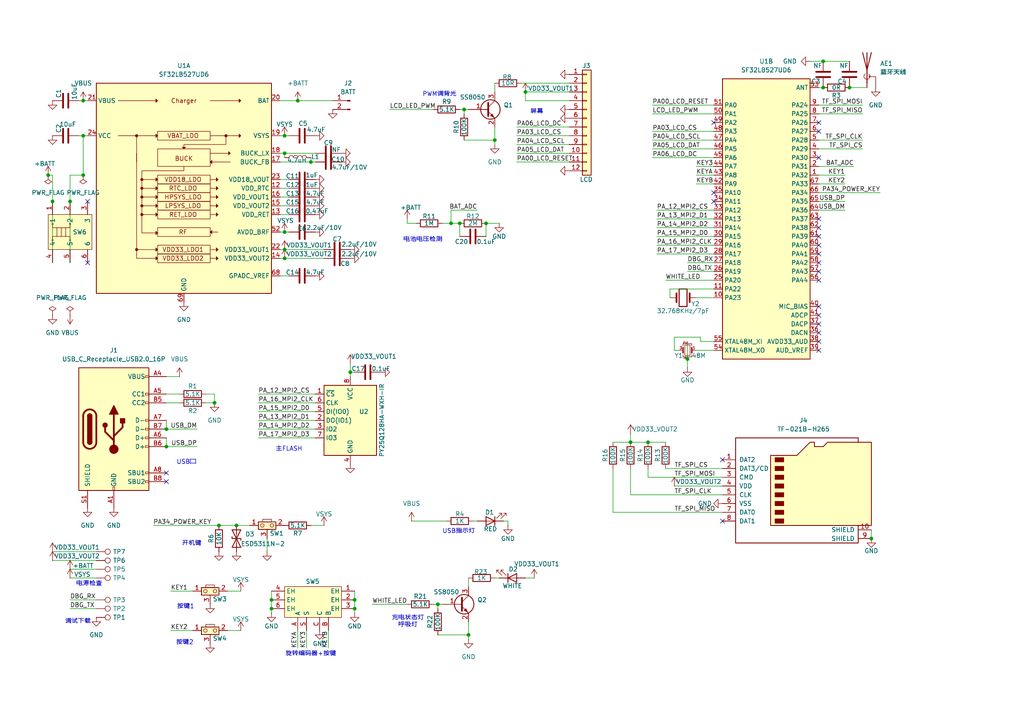
<source format=kicad_sch>
(kicad_sch (version 20231120) (generator "eeschema") (generator_version "8.0")
  (paper "A4")
  (title_block (title "BT MP3 蓝牙MP3小板") (date "2025-02-06") (rev "001") (company "chenxuuu"))
  (junction (at 133.35 64.77))
  (junction (at 199.39 104.14))
  (junction (at 130.81 64.77))
  (junction (at 78.74 176.53))
  (junction (at 82.55 39.37))
  (junction (at 90.17 46.99))
  (junction (at 24.13 39.37))
  (junction (at 152.4 26.67))
  (junction (at 102.87 176.53))
  (junction (at 187.96 128.27))
  (junction (at 48.26 124.46))
  (junction (at 24.13 50.8))
  (junction (at 252.73 156.21))
  (junction (at 63.5 152.4))
  (junction (at 140.97 64.77))
  (junction (at 102.87 173.99))
  (junction (at 143.51 40.64))
  (junction (at 101.6 107.95))
  (junction (at 78.74 173.99))
  (junction (at 238.76 17.78))
  (junction (at 82.55 67.31))
  (junction (at 238.76 25.4))
  (junction (at 48.26 129.54))
  (junction (at 127 175.26))
  (junction (at 13.97 50.8))
  (junction (at 135.89 184.15))
  (junction (at 82.55 44.45))
  (junction (at 20.32 58.42))
  (junction (at 24.13 29.21))
  (junction (at 246.38 25.4))
  (junction (at 134.62 31.75))
  (junction (at 15.24 58.42))
  (junction (at 86.36 29.21))
  (junction (at 62.23 116.84))
  (junction (at 68.58 152.4))
  (junction (at 82.55 74.93))
  (junction (at 82.55 72.39))
  (junction (at 182.88 128.27))
  (no_connect (at 237.49 96.52))
  (no_connect (at 207.01 55.88))
  (no_connect (at 237.49 88.9))
  (no_connect (at 237.49 68.58))
  (no_connect (at 237.49 93.98))
  (no_connect (at 237.49 91.44))
  (no_connect (at 237.49 63.5))
  (no_connect (at 207.01 35.56))
  (no_connect (at 237.49 76.2))
  (no_connect (at 25.4 76.2))
  (no_connect (at 237.49 99.06))
  (no_connect (at 237.49 81.28))
  (no_connect (at 48.26 137.16))
  (no_connect (at 209.55 133.35))
  (no_connect (at 237.49 71.12))
  (no_connect (at 237.49 101.6))
  (no_connect (at 25.4 58.42))
  (no_connect (at 48.26 139.7))
  (no_connect (at 237.49 35.56))
  (no_connect (at 237.49 66.04))
  (no_connect (at 237.49 78.74))
  (no_connect (at 237.49 38.1))
  (no_connect (at 209.55 151.13))
  (no_connect (at 237.49 73.66))
  (no_connect (at 207.01 58.42))
  (no_connect (at 237.49 45.72))
  (wire (pts (xy 82.55 74.93) (xy 93.98 74.93)))
  (wire (pts (xy 81.28 57.15) (xy 83.82 57.15)))
  (wire (pts (xy 190.5 68.58) (xy 207.01 68.58)))
  (wire (pts (xy 81.28 80.01) (xy 83.82 80.01)))
  (wire (pts (xy 48.26 121.92) (xy 48.26 124.46)))
  (wire (pts (xy 95.25 182.88) (xy 95.25 187.96)))
  (wire (pts (xy 130.81 60.96) (xy 138.43 60.96)))
  (wire (pts (xy 81.28 74.93) (xy 82.55 74.93)))
  (wire (pts (xy 134.62 31.75) (xy 135.89 31.75)))
  (wire (pts (xy 199.39 78.74) (xy 207.01 78.74)))
  (wire (pts (xy 24.13 39.37) (xy 24.13 50.8)))
  (wire (pts (xy 133.35 64.77) (xy 133.35 68.58)))
  (wire (pts (xy 238.76 17.78) (xy 246.38 17.78)))
  (wire (pts (xy 237.49 30.48) (xy 250.19 30.48)))
  (wire (pts (xy 101.6 105.41) (xy 101.6 107.95)))
  (wire (pts (xy 74.93 119.38) (xy 91.44 119.38)))
  (wire (pts (xy 118.11 64.77) (xy 120.65 64.77)))
  (wire (pts (xy 199.39 99.06) (xy 199.39 104.14)))
  (wire (pts (xy 193.04 81.28) (xy 207.01 81.28)))
  (wire (pts (xy 24.13 39.37) (xy 25.4 39.37)))
  (wire (pts (xy 82.55 44.45) (xy 91.44 44.45)))
  (wire (pts (xy 81.28 72.39) (xy 82.55 72.39)))
  (wire (pts (xy 207.01 53.34) (xy 201.93 53.34)))
  (wire (pts (xy 252.73 153.67) (xy 252.73 156.21)))
  (wire (pts (xy 193.04 135.89) (xy 209.55 135.89)))
  (wire (pts (xy 151.13 24.13) (xy 165.1 24.13)))
  (wire (pts (xy 152.4 29.21) (xy 165.1 29.21)))
  (wire (pts (xy 134.62 40.64) (xy 143.51 40.64)))
  (wire (pts (xy 207.01 48.26) (xy 201.93 48.26)))
  (wire (pts (xy 143.51 24.13) (xy 143.51 26.67)))
  (wire (pts (xy 237.49 60.96) (xy 245.11 60.96)))
  (wire (pts (xy 125.73 175.26) (xy 127 175.26)))
  (wire (pts (xy 187.96 128.27) (xy 193.04 128.27)))
  (wire (pts (xy 237.49 33.02) (xy 250.19 33.02)))
  (wire (pts (xy 20.32 58.42) (xy 20.32 76.2)))
  (wire (pts (xy 90.17 152.4) (xy 93.98 152.4)))
  (wire (pts (xy 48.26 127) (xy 48.26 129.54)))
  (wire (pts (xy 88.9 182.88) (xy 88.9 187.96)))
  (wire (pts (xy 189.23 30.48) (xy 207.01 30.48)))
  (wire (pts (xy 20.32 50.8) (xy 24.13 50.8)))
  (wire (pts (xy 74.93 116.84) (xy 91.44 116.84)))
  (wire (pts (xy 81.28 54.61) (xy 83.82 54.61)))
  (wire (pts (xy 190.5 63.5) (xy 207.01 63.5)))
  (wire (pts (xy 15.24 160.02) (xy 27.94 160.02)))
  (wire (pts (xy 190.5 60.96) (xy 207.01 60.96)))
  (wire (pts (xy 48.26 116.84) (xy 52.07 116.84)))
  (wire (pts (xy 201.93 101.6) (xy 207.01 101.6)))
  (wire (pts (xy 101.6 107.95) (xy 101.6 109.22)))
  (wire (pts (xy 20.32 176.53) (xy 27.94 176.53)))
  (wire (pts (xy 237.49 25.4) (xy 238.76 25.4)))
  (wire (pts (xy 20.32 165.1) (xy 27.94 165.1)))
  (wire (pts (xy 66.04 182.88) (xy 69.85 182.88)))
  (wire (pts (xy 189.23 43.18) (xy 207.01 43.18)))
  (wire (pts (xy 189.23 38.1) (xy 207.01 38.1)))
  (wire (pts (xy 149.86 39.37) (xy 165.1 39.37)))
  (wire (pts (xy 74.93 124.46) (xy 91.44 124.46)))
  (wire (pts (xy 195.58 97.79) (xy 203.2 97.79)))
  (wire (pts (xy 59.69 116.84) (xy 62.23 116.84)))
  (wire (pts (xy 196.85 101.6) (xy 195.58 101.6)))
  (wire (pts (xy 189.23 33.02) (xy 207.01 33.02)))
  (wire (pts (xy 133.35 31.75) (xy 134.62 31.75)))
  (wire (pts (xy 182.88 128.27) (xy 187.96 128.27)))
  (wire (pts (xy 207.01 83.82) (xy 194.31 83.82)))
  (wire (pts (xy 44.45 152.4) (xy 63.5 152.4)))
  (wire (pts (xy 82.55 72.39) (xy 93.98 72.39)))
  (wire (pts (xy 149.86 41.91) (xy 165.1 41.91)))
  (wire (pts (xy 78.74 171.45) (xy 78.74 173.99)))
  (wire (pts (xy 187.96 135.89) (xy 187.96 138.43)))
  (wire (pts (xy 135.89 167.64) (xy 135.89 170.18)))
  (wire (pts (xy 81.28 29.21) (xy 86.36 29.21)))
  (wire (pts (xy 74.93 114.3) (xy 91.44 114.3)))
  (wire (pts (xy 127 175.26) (xy 128.27 175.26)))
  (wire (pts (xy 234.95 17.78) (xy 238.76 17.78)))
  (wire (pts (xy 20.32 173.99) (xy 27.94 173.99)))
  (wire (pts (xy 90.17 45.72) (xy 90.17 46.99)))
  (wire (pts (xy 49.53 182.88) (xy 55.88 182.88)))
  (wire (pts (xy 152.4 26.67) (xy 165.1 26.67)))
  (wire (pts (xy 177.8 128.27) (xy 182.88 128.27)))
  (wire (pts (xy 86.36 182.88) (xy 86.36 187.96)))
  (wire (pts (xy 143.51 40.64) (xy 143.51 41.91)))
  (wire (pts (xy 102.87 176.53) (xy 102.87 177.8)))
  (wire (pts (xy 81.28 59.69) (xy 83.82 59.69)))
  (wire (pts (xy 195.58 101.6) (xy 195.58 97.79)))
  (wire (pts (xy 130.81 64.77) (xy 130.81 60.96)))
  (wire (pts (xy 199.39 104.14) (xy 199.39 106.68)))
  (wire (pts (xy 149.86 46.99) (xy 165.1 46.99)))
  (wire (pts (xy 135.89 180.34) (xy 135.89 184.15)))
  (wire (pts (xy 190.5 73.66) (xy 207.01 73.66)))
  (wire (pts (xy 203.2 99.06) (xy 207.01 99.06)))
  (wire (pts (xy 24.13 29.21) (xy 25.4 29.21)))
  (wire (pts (xy 78.74 176.53) (xy 78.74 177.8)))
  (wire (pts (xy 101.6 107.95) (xy 102.87 107.95)))
  (wire (pts (xy 63.5 152.4) (xy 68.58 152.4)))
  (wire (pts (xy 77.47 156.21) (xy 77.47 160.02)))
  (wire (pts (xy 182.88 143.51) (xy 209.55 143.51)))
  (wire (pts (xy 82.55 39.37) (xy 83.82 39.37)))
  (wire (pts (xy 149.86 36.83) (xy 165.1 36.83)))
  (wire (pts (xy 78.74 173.99) (xy 78.74 176.53)))
  (wire (pts (xy 201.93 86.36) (xy 207.01 86.36)))
  (wire (pts (xy 86.36 29.21) (xy 96.52 29.21)))
  (wire (pts (xy 143.51 167.64) (xy 144.78 167.64)))
  (wire (pts (xy 143.51 36.83) (xy 143.51 40.64)))
  (wire (pts (xy 81.28 44.45) (xy 82.55 44.45)))
  (wire (pts (xy 190.5 71.12) (xy 207.01 71.12)))
  (wire (pts (xy 15.24 50.8) (xy 15.24 58.42)))
  (wire (pts (xy 48.26 124.46) (xy 57.15 124.46)))
  (wire (pts (xy 81.28 52.07) (xy 83.82 52.07)))
  (wire (pts (xy 49.53 171.45) (xy 55.88 171.45)))
  (wire (pts (xy 237.49 40.64) (xy 250.19 40.64)))
  (wire (pts (xy 22.86 29.21) (xy 24.13 29.21)))
  (wire (pts (xy 146.05 151.13) (xy 147.32 151.13)))
  (wire (pts (xy 128.27 64.77) (xy 130.81 64.77)))
  (wire (pts (xy 66.04 171.45) (xy 69.85 171.45)))
  (wire (pts (xy 237.49 53.34) (xy 245.11 53.34)))
  (wire (pts (xy 237.49 48.26) (xy 247.65 48.26)))
  (wire (pts (xy 82.55 67.31) (xy 83.82 67.31)))
  (wire (pts (xy 199.39 76.2) (xy 207.01 76.2)))
  (wire (pts (xy 81.28 67.31) (xy 82.55 67.31)))
  (wire (pts (xy 48.26 109.22) (xy 52.07 109.22)))
  (wire (pts (xy 20.32 58.42) (xy 20.32 50.8)))
  (wire (pts (xy 237.49 50.8) (xy 245.11 50.8)))
  (wire (pts (xy 127 175.26) (xy 127 176.53)))
  (wire (pts (xy 13.97 50.8) (xy 15.24 50.8)))
  (wire (pts (xy 15.24 58.42) (xy 15.24 76.2)))
  (wire (pts (xy 140.97 64.77) (xy 144.78 64.77)))
  (wire (pts (xy 20.32 167.64) (xy 27.94 167.64)))
  (wire (pts (xy 152.4 26.67) (xy 152.4 29.21)))
  (wire (pts (xy 48.26 114.3) (xy 52.07 114.3)))
  (wire (pts (xy 74.93 127) (xy 91.44 127)))
  (wire (pts (xy 62.23 114.3) (xy 62.23 116.84)))
  (wire (pts (xy 81.28 62.23) (xy 83.82 62.23)))
  (wire (pts (xy 190.5 66.04) (xy 207.01 66.04)))
  (wire (pts (xy 118.11 63.5) (xy 118.11 64.77)))
  (wire (pts (xy 177.8 148.59) (xy 177.8 135.89)))
  (wire (pts (xy 59.69 114.3) (xy 62.23 114.3)))
  (wire (pts (xy 237.49 55.88) (xy 255.27 55.88)))
  (wire (pts (xy 177.8 148.59) (xy 209.55 148.59)))
  (wire (pts (xy 15.24 162.56) (xy 27.94 162.56)))
  (wire (pts (xy 134.62 31.75) (xy 134.62 33.02)))
  (wire (pts (xy 137.16 151.13) (xy 138.43 151.13)))
  (wire (pts (xy 140.97 64.77) (xy 140.97 68.58)))
  (wire (pts (xy 189.23 40.64) (xy 207.01 40.64)))
  (wire (pts (xy 203.2 97.79) (xy 203.2 99.06)))
  (wire (pts (xy 189.23 45.72) (xy 207.01 45.72)))
  (wire (pts (xy 68.58 152.4) (xy 72.39 152.4)))
  (wire (pts (xy 48.26 129.54) (xy 57.15 129.54)))
  (wire (pts (xy 194.31 83.82) (xy 194.31 86.36)))
  (wire (pts (xy 237.49 58.42) (xy 245.11 58.42)))
  (wire (pts (xy 90.17 46.99) (xy 91.44 46.99)))
  (wire (pts (xy 187.96 138.43) (xy 209.55 138.43)))
  (wire (pts (xy 127 184.15) (xy 135.89 184.15)))
  (wire (pts (xy 195.58 140.97) (xy 209.55 140.97)))
  (wire (pts (xy 74.93 121.92) (xy 91.44 121.92)))
  (wire (pts (xy 81.28 46.99) (xy 90.17 46.99)))
  (wire (pts (xy 82.55 44.45) (xy 82.55 45.72)))
  (wire (pts (xy 182.88 135.89) (xy 182.88 143.51)))
  (wire (pts (xy 102.87 173.99) (xy 102.87 176.53)))
  (wire (pts (xy 152.4 167.64) (xy 154.94 167.64)))
  (wire (pts (xy 102.87 171.45) (xy 102.87 173.99)))
  (wire (pts (xy 182.88 125.73) (xy 182.88 128.27)))
  (wire (pts (xy 237.49 43.18) (xy 250.19 43.18)))
  (wire (pts (xy 107.95 175.26) (xy 118.11 175.26)))
  (wire (pts (xy 135.89 184.15) (xy 135.89 185.42)))
  (wire (pts (xy 130.81 64.77) (xy 133.35 64.77)))
  (wire (pts (xy 207.01 50.8) (xy 201.93 50.8)))
  (wire (pts (xy 81.28 39.37) (xy 82.55 39.37)))
  (wire (pts (xy 119.38 151.13) (xy 129.54 151.13)))
  (wire (pts (xy 113.03 31.75) (xy 125.73 31.75)))
  (wire (pts (xy 22.86 39.37) (xy 24.13 39.37)))
  (wire (pts (xy 149.86 44.45) (xy 165.1 44.45)))
  (wire (pts (xy 147.32 151.13) (xy 147.32 152.4)))
  (wire (pts (xy 246.38 25.4) (xy 251.46 25.4)))
  (text "屏幕" (at 155.702 32.512 0) (effects (font (size 1.27 1.27))))
  (text "开机键" (at 55.626 157.734 0) (effects (font (size 1.27 1.27))))
  (text "USB口" (at 54.102 134.112 0) (effects (font (size 1.27 1.27))))
  (text "USB指示灯" (at 133.096 154.178 0) (effects (font (size 1.27 1.27))))
  (text "旋转编码器+按键" (at 90.17 189.738 0) (effects (font (size 1.27 1.27))))
  (text "电源检查" (at 25.908 169.418 0) (effects (font (size 1.27 1.27))))
  (text "按键2" (at 53.594 186.436 0) (effects (font (size 1.27 1.27))))
  (text "充电状态灯\n呼吸灯" (at 118.364 180.34 0) (effects (font (size 1.27 1.27))))
  (text "电池电压检测" (at 122.682 69.596 0) (effects (font (size 1.27 1.27))))
  (text "PWM调背光" (at 127.508 27.432 0) (effects (font (size 1.27 1.27))))
  (text "调试下载" (at 22.606 180.34 0) (effects (font (size 1.27 1.27))))
  (text "按键1" (at 53.848 176.022 0) (effects (font (size 1.27 1.27))))
  (text "主FLASH" (at 83.82 130.302 0) (effects (font (size 1.27 1.27))))
  (label "BAT_ADC" (at 247.65 48.26 180))
  (label "USB_DP" (at 57.15 129.54 180))
  (label "PA06_LCD_DC" (at 149.86 36.83 0))
  (label "USB_DM" (at 57.15 124.46 180))
  (label "PA34_POWER_KEY" (at 255.27 55.88 180))
  (label "TF_SPI_CS" (at 250.19 43.18 180))
  (label "PA00_LCD_RESET" (at 149.86 46.99 0))
  (label "KEYA" (at 86.36 187.96 90))
  (label "LCD_LED_PWM" (at 189.23 33.02 0))
  (label "KEYB" (at 95.25 187.96 90))
  (label "LCD_LED_PWM" (at 113.03 31.75 0))
  (label "PA05_LCD_DAT" (at 149.86 44.45 0))
  (label "TF_SPI_MISO" (at 195.58 148.59 0))
  (label "USB_DM" (at 245.11 60.96 180))
  (label "KEYA" (at 201.93 50.8 0))
  (label "PA_12_MPI2_CS" (at 190.5 60.96 0))
  (label "WHITE_LED" (at 193.04 81.28 0))
  (label "PA03_LCD_CS" (at 189.23 38.1 0))
  (label "PA_16_MPI2_CLK" (at 74.93 116.84 0))
  (label "PA06_LCD_DC" (at 189.23 45.72 0))
  (label "KEY3" (at 88.9 187.96 90))
  (label "TF_SPI_MISO" (at 250.19 33.02 180))
  (label "PA_14_MPI2_D2" (at 190.5 66.04 0))
  (label "PA_13_MPI2_D1" (at 74.93 121.92 0))
  (label "PA_17_MPI2_D3" (at 74.93 127 0))
  (label "PA04_LCD_SCL" (at 189.23 40.64 0))
  (label "TF_SPI_CLK" (at 250.19 40.64 180))
  (label "KEY3" (at 201.93 48.26 0))
  (label "TF_SPI_CS" (at 195.58 135.89 0))
  (label "PA00_LCD_RESET" (at 189.23 30.48 0))
  (label "KEY2" (at 49.53 182.88 0))
  (label "PA_14_MPI2_D2" (at 74.93 124.46 0))
  (label "KEY1" (at 49.53 171.45 0))
  (label "DBG_TX" (at 20.32 176.53 0))
  (label "PA34_POWER_KEY" (at 44.45 152.4 0))
  (label "PA04_LCD_SCL" (at 149.86 41.91 0))
  (label "WHITE_LED" (at 107.95 175.26 0))
  (label "KEY1" (at 245.11 50.8 180))
  (label "DBG_RX" (at 199.39 76.2 0))
  (label "DBG_TX" (at 199.39 78.74 0))
  (label "TF_SPI_MOSI" (at 250.19 30.48 180))
  (label "PA_17_MPI2_D3" (at 190.5 73.66 0))
  (label "PA_15_MPI2_D0" (at 190.5 68.58 0))
  (label "TF_SPI_CLK" (at 195.58 143.51 0))
  (label "KEYB" (at 201.93 53.34 0))
  (label "USB_DP" (at 245.11 58.42 180))
  (label "PA03_LCD_CS" (at 149.86 39.37 0))
  (label "PA_13_MPI2_D1" (at 190.5 63.5 0))
  (label "KEY2" (at 245.11 53.34 180))
  (label "DBG_RX" (at 20.32 173.99 0))
  (label "BAT_ADC" (at 138.43 60.96 180))
  (label "PA05_LCD_DAT" (at 189.23 43.18 0))
  (label "PA_15_MPI2_D0" (at 74.93 119.38 0))
  (label "TF_SPI_MOSI" (at 195.58 138.43 0))
  (label "PA_12_MPI2_CS" (at 74.93 114.3 0))
  (label "PA_16_MPI2_CLK" (at 190.5 71.12 0))
  (symbol (lib_id "Device:C") (at 246.38 21.59 180) (unit 1)
    (property "Reference" "C4" (at 245.618 23.622 0) (effects (justify left)))
    (property "Value" "NF" (at 246.126 19.05 0) (effects (justify left)))
    (property "Footprint" "Capacitor_SMD:C_0402_1005Metric" (effects (hide yes)))
    (property "Description" "Unpolarized capacitor" (effects (hide yes)))
  )
  (symbol (lib_id "chenxuuu_Library:SF32LB52xUx") (at 53.34 54.61 0) (unit 1)
    (property "Reference" "U1" (at 53.34 19.05 0))
    (property "Value" "SF32LB527UD6" (at 53.34 21.59 0))
    (property "Footprint" "Package_DFN_QFN:ArtInChip_QFN-68-1EP_7x7mm_P0.35mm_EP5.49x5.49mm" (effects (hide yes)))
    (property "Description" "SiFli MCU, STAR-MC1 core, 512k SRAM, bnuilt-in li-on battery charger, -40~105" (effects (hide yes)))
  )
  (symbol (lib_id "power:VCC") (at 152.4 26.67 0) (unit 1)
    (property "Reference" "#PWR048" (effects (hide yes)))
    (property "Value" "VDD33_VOUT1" (at 159.766 25.654 0))
    (property "Description" "Power symbol creates a global label with name \"VCC\"" (effects (hide yes)))
  )
  (symbol (lib_id "Transistor_BJT:SS8050") (at 133.35 175.26 0) (unit 1)
    (property "Reference" "Q2" (at 138.43 173.9899 0) (effects (justify left)))
    (property "Value" "SS8050" (at 125.73 171.704 0) (effects (justify left)))
    (property "Footprint" "Package_TO_SOT_SMD:SOT-23" (effects (hide yes)))
    (property "Datasheet" "http://www.secosgmbh.com/datasheet/products/SSMPTransistor/SOT-23/SS8050.pdf" (effects (hide yes)))
    (property "Description" "General Purpose NPN Transistor, 1.5A Ic, 25V Vce, SOT-23" (effects (hide yes)))
  )
  (symbol (lib_id "power:GND") (at 15.24 91.44 0) (unit 1)
    (property "Reference" "#PWR068" (effects (hide yes)))
    (property "Value" "GND" (at 15.24 96.52 0))
    (property "Description" "Power symbol creates a global label with name \"GND\" , ground" (effects (hide yes)))
  )
  (symbol (lib_id "Device:R") (at 187.96 132.08 180) (unit 1)
    (property "Reference" "R14" (at 185.674 132.08 90))
    (property "Value" "100K" (at 187.96 132.08 90))
    (property "Footprint" "Resistor_SMD:R_0402_1005Metric" (effects (hide yes)))
    (property "Description" "Resistor" (effects (hide yes)))
  )
  (symbol (lib_id "power:+BATT") (at 20.32 165.1 0) (unit 1)
    (property "Reference" "#PWR051" (effects (hide yes)))
    (property "Value" "+BATT" (at 21.082 164.084 0) (effects (justify left)))
    (property "Description" "Power symbol creates a global label with name \"+BATT\"" (effects (hide yes)))
  )
  (symbol (lib_id "Device:R") (at 242.57 25.4 270) (unit 1)
    (property "Reference" "R3" (at 242.57 27.686 90))
    (property "Value" "0R" (at 242.57 25.4 90))
    (property "Footprint" "Resistor_SMD:R_0402_1005Metric" (effects (hide yes)))
    (property "Description" "Resistor" (effects (hide yes)))
  )
  (symbol (lib_id "power:GND") (at 91.44 59.69 90) (unit 1)
    (property "Reference" "#PWR028" (effects (hide yes)))
    (property "Value" "GND" (effects (hide yes)))
    (property "Description" "Power symbol creates a global label with name \"GND\" , ground" (effects (hide yes)))
  )
  (symbol (lib_id "chenxuuu_Library:SIQ-02FVS3") (at 90.17 168.91 0) (unit 1)
    (property "Reference" "SW5" (at 90.678 168.656 0))
    (property "Value" "~" (at 90.805 168.91 0))
    (property "Footprint" "chenxuuu_Module:SIQ-02FVS3_1" (effects (hide yes)))
  )
  (symbol (lib_id "Connector:Conn_01x02_Pin") (at 101.6 29.21 0) (mirror y) (unit 1)
    (property "Reference" "J2" (at 100.965 24.13 0))
    (property "Value" "BATT" (at 100.965 26.67 0))
    (property "Footprint" "TerminalBlock_Phoenix:TerminalBlock_Phoenix_PTSM-0,5-2-HV-2.5-SMD_1x02-1MP_P2.50mm_Vertical" (effects (hide yes)))
    (property "Description" "Generic connector, single row, 01x02, script generated" (effects (hide yes)))
  )
  (symbol (lib_name "Side_SWITCH_SW_3*6*3.5mm_2") (lib_id "chenxuuu_Library:Side_SWITCH_SW_3*6*3.5mm") (at 60.96 171.45 0) (unit 1)
    (property "Reference" "SW3" (at 63.754 173.736 0))
    (property "Value" "Side_SWITCH_SW_3*6*3.5mm" (effects (hide yes)))
    (property "Footprint" "chenxuuu_Module:3x6x3.5_SW_side" (effects (hide yes)))
    (property "Datasheet" "https://detail.tmall.com/item.htm?id=608215120233" (effects (hide yes)))
  )
  (symbol (lib_id "power:GND") (at 68.58 160.02 0) (unit 1)
    (property "Reference" "#PWR040" (effects (hide yes)))
    (property "Value" "GND" (effects (hide yes)))
    (property "Description" "Power symbol creates a global label with name \"GND\" , ground" (effects (hide yes)))
  )
  (symbol (lib_id "power:GND") (at 101.6 74.93 90) (unit 1)
    (property "Reference" "#PWR021" (effects (hide yes)))
    (property "Value" "GND" (effects (hide yes)))
    (property "Description" "Power symbol creates a global label with name \"GND\" , ground" (effects (hide yes)))
  )
  (symbol (lib_id "power:GND") (at 254 25.4 0) (unit 1)
    (property "Reference" "#PWR043" (effects (hide yes)))
    (property "Value" "GND" (at 254 30.48 0))
    (property "Description" "Power symbol creates a global label with name \"GND\" , ground" (effects (hide yes)))
  )
  (symbol (lib_id "Device:C") (at 106.68 107.95 90) (unit 1)
    (property "Reference" "C17" (at 103.886 106.934 90))
    (property "Value" "0.1uF" (at 110.49 106.934 90))
    (property "Footprint" "Capacitor_SMD:C_0402_1005Metric" (effects (hide yes)))
    (property "Description" "Unpolarized capacitor" (effects (hide yes)))
  )
  (symbol (lib_id "power:GND") (at 92.71 182.88 0) (unit 1)
    (property "Reference" "#PWR062" (effects (hide yes)))
    (property "Value" "GND" (at 92.71 186.69 0))
    (property "Description" "Power symbol creates a global label with name \"GND\" , ground" (effects (hide yes)))
  )
  (symbol (lib_id "power:GND") (at 63.5 160.02 0) (unit 1)
    (property "Reference" "#PWR039" (effects (hide yes)))
    (property "Value" "GND" (effects (hide yes)))
    (property "Description" "Power symbol creates a global label with name \"GND\" , ground" (effects (hide yes)))
  )
  (symbol (lib_id "Device:C") (at 87.63 52.07 90) (unit 1)
    (property "Reference" "C11" (at 84.836 51.054 90))
    (property "Value" "1uF" (at 90.424 50.8 90))
    (property "Footprint" "Capacitor_SMD:C_0402_1005Metric" (effects (hide yes)))
    (property "Description" "Unpolarized capacitor" (effects (hide yes)))
  )
  (symbol (lib_id "power:GND") (at 78.74 177.8 0) (unit 1)
    (property "Reference" "#PWR058" (effects (hide yes)))
    (property "Value" "GND" (at 78.74 181.61 0))
    (property "Description" "Power symbol creates a global label with name \"GND\" , ground" (effects (hide yes)))
  )
  (symbol (lib_id "Connector_Generic:Conn_01x12") (at 170.18 34.29 0) (unit 1)
    (property "Reference" "J3" (at 168.91 19.05 0) (effects (justify left)))
    (property "Value" "LCD" (at 168.148 52.07 0) (effects (justify left)))
    (property "Footprint" "chenxuuu_Module:1.47LCD-IPS-172x320-font" (effects (hide yes)))
    (property "Description" "LCD" (effects (hide yes)))
  )
  (symbol (lib_id "Device:R") (at 137.16 64.77 90) (unit 1)
    (property "Reference" "R12" (at 137.16 62.738 90))
    (property "Value" "2M" (at 137.16 64.77 90))
    (property "Footprint" "Resistor_SMD:R_0402_1005Metric" (effects (hide yes)))
    (property "Description" "Resistor" (effects (hide yes)))
  )
  (symbol (lib_id "chenxuuu_Library:SS-22F25-G050") (at 20.32 63.5 0) (unit 1)
    (property "Reference" "SW6" (at 21.082 67.31 0) (effects (justify left)))
    (property "Value" "SS-22F25-G050" (effects (hide yes)))
    (property "Footprint" "chenxuuu_Module:MS-22C01-G010" (effects (hide yes)))
  )
  (symbol (lib_id "power:VCC") (at 82.55 72.39 0) (unit 1)
    (property "Reference" "#PWR018" (effects (hide yes)))
    (property "Value" "VDD33_VOUT1" (at 89.662 71.12 0))
    (property "Description" "Power symbol creates a global label with name \"VCC\"" (effects (hide yes)))
  )
  (symbol (lib_id "Device:C") (at 19.05 29.21 90) (unit 1)
    (property "Reference" "C1" (at 17.018 28.448 0) (effects (justify left)))
    (property "Value" "10uF" (at 21.59 28.956 0) (effects (justify left)))
    (property "Footprint" "Capacitor_SMD:C_0402_1005Metric" (effects (hide yes)))
    (property "Description" "Unpolarized capacitor" (effects (hide yes)))
  )
  (symbol (lib_id "Device:R") (at 63.5 156.21 180) (unit 1)
    (property "Reference" "R6" (at 61.214 156.21 90))
    (property "Value" "10K" (at 63.5 156.21 90))
    (property "Footprint" "Resistor_SMD:R_0402_1005Metric" (effects (hide yes)))
    (property "Description" "Resistor" (effects (hide yes)))
  )
  (symbol (lib_id "Device:R") (at 177.8 132.08 180) (unit 1)
    (property "Reference" "R16" (at 175.514 132.08 90))
    (property "Value" "100K" (at 177.8 132.08 90))
    (property "Footprint" "Resistor_SMD:R_0402_1005Metric" (effects (hide yes)))
    (property "Description" "Resistor" (effects (hide yes)))
  )
  (symbol (lib_id "power:PWR_FLAG") (at 15.24 91.44 0) (unit 1)
    (property "Reference" "#FLG02" (effects (hide yes)))
    (property "Value" "PWR_FLAG" (at 15.24 86.36 0))
    (property "Description" "Special symbol for telling ERC where power comes from" (effects (hide yes)))
  )
  (symbol (lib_id "power:GND") (at 234.95 17.78 270) (unit 1)
    (property "Reference" "#PWR012" (effects (hide yes)))
    (property "Value" "GND" (at 231.14 17.7799 90) (effects (justify right)))
    (property "Description" "Power symbol creates a global label with name \"GND\" , ground" (effects (hide yes)))
  )
  (symbol (lib_id "power:PWR_FLAG") (at 13.97 50.8 180) (unit 1)
    (property "Reference" "#FLG03" (effects (hide yes)))
    (property "Value" "PWR_FLAG" (at 13.97 55.88 0))
    (property "Description" "Special symbol for telling ERC where power comes from" (effects (hide yes)))
  )
  (symbol (lib_id "Device:C") (at 137.16 68.58 90) (unit 1)
    (property "Reference" "C20" (at 133.858 70.104 90))
    (property "Value" "0.1uF" (at 140.97 70.104 90))
    (property "Footprint" "Capacitor_SMD:C_0402_1005Metric" (effects (hide yes)))
    (property "Description" "Unpolarized capacitor" (effects (hide yes)))
  )
  (symbol (lib_id "power:GND") (at 91.44 62.23 90) (unit 1)
    (property "Reference" "#PWR029" (effects (hide yes)))
    (property "Value" "GND" (effects (hide yes)))
    (property "Description" "Power symbol creates a global label with name \"GND\" , ground" (effects (hide yes)))
  )
  (symbol (lib_id "power:VCC") (at 15.24 160.02 0) (unit 1)
    (property "Reference" "#PWR054" (effects (hide yes)))
    (property "Value" "VDD33_VOUT1" (at 22.352 158.75 0))
    (property "Description" "Power symbol creates a global label with name \"VCC\"" (effects (hide yes)))
  )
  (symbol (lib_id "Device:Crystal") (at 198.12 86.36 0) (unit 1)
    (property "Reference" "Y2" (at 201.676 88.138 0))
    (property "Value" "32.768KHz/7pF" (at 198.12 90.17 0))
    (property "Footprint" "Crystal:Crystal_SMD_3215-2Pin_3.2x1.5mm" (effects (hide yes)))
    (property "Description" "Two pin crystal" (effects (hide yes)))
  )
  (symbol (lib_id "Device:R") (at 121.92 175.26 90) (unit 1)
    (property "Reference" "R21" (at 121.92 172.974 90))
    (property "Value" "5.1K" (at 121.92 175.26 90))
    (property "Footprint" "Resistor_SMD:R_0402_1005Metric" (effects (hide yes)))
    (property "Description" "Resistor" (effects (hide yes)))
  )
  (symbol (lib_id "power:GND") (at 27.94 179.07 0) (unit 1)
    (property "Reference" "#PWR030" (effects (hide yes)))
    (property "Value" "GND" (at 27.94 184.15 0))
    (property "Description" "Power symbol creates a global label with name \"GND\" , ground" (effects (hide yes)))
  )
  (symbol (lib_id "Device:R") (at 139.7 167.64 90) (unit 1)
    (property "Reference" "R23" (at 139.446 165.862 90))
    (property "Value" "1K" (at 139.7 167.64 90))
    (property "Footprint" "Resistor_SMD:R_0402_1005Metric" (effects (hide yes)))
    (property "Description" "Resistor" (effects (hide yes)))
  )
  (symbol (lib_id "power:VBUS") (at 24.13 29.21 0) (unit 1)
    (property "Reference" "#PWR05" (effects (hide yes)))
    (property "Value" "VBUS" (at 24.13 24.13 0))
    (property "Description" "Power symbol creates a global label with name \"VBUS\"" (effects (hide yes)))
  )
  (symbol (lib_id "Device:C") (at 95.25 46.99 90) (unit 1)
    (property "Reference" "C10" (at 98.044 46.228 90))
    (property "Value" "4.7uF/10V" (at 101.346 48.514 90))
    (property "Footprint" "Capacitor_SMD:C_0402_1005Metric" (effects (hide yes)))
    (property "Description" "Unpolarized capacitor" (effects (hide yes)))
  )
  (symbol (lib_id "Diode:1N630xCA") (at 68.58 156.21 90) (unit 1)
    (property "Reference" "D3" (at 71.12 154.9399 90) (effects (justify right)))
    (property "Value" "ESD5311N-2" (at 69.85 157.734 90) (effects (justify right)))
    (property "Footprint" "chenxuuu_Module:DFN1006-2_L1.0-W0.6-RD" (effects (hide yes)))
    (property "Datasheet" "https://www.vishay.com/docs/88301/15ke.pdf" (effects (hide yes)))
    (property "Description" "1500W bidirectional TRANSZORB® Transient Voltage Suppressor, DO-201AE" (effects (hide yes)))
  )
  (symbol (lib_id "Device:R") (at 134.62 36.83 180) (unit 1)
    (property "Reference" "R10" (at 132.334 36.83 90))
    (property "Value" "100K" (at 134.62 36.83 90))
    (property "Footprint" "Resistor_SMD:R_0402_1005Metric" (effects (hide yes)))
    (property "Description" "Resistor" (effects (hide yes)))
  )
  (symbol (lib_id "power:+BATT") (at 13.97 50.8 0) (mirror y) (unit 1)
    (property "Reference" "#PWR011" (effects (hide yes)))
    (property "Value" "+BATT" (at 16.002 47.498 0) (effects (justify left)))
    (property "Description" "Power symbol creates a global label with name \"+BATT\"" (effects (hide yes)))
  )
  (symbol (lib_id "Device:R") (at 124.46 64.77 90) (unit 1)
    (property "Reference" "R11" (at 124.46 62.738 90))
    (property "Value" "1M" (at 124.46 64.77 90))
    (property "Footprint" "Resistor_SMD:R_0402_1005Metric" (effects (hide yes)))
    (property "Description" "Resistor" (effects (hide yes)))
  )
  (symbol (lib_name "Side_SWITCH_SW_3*6*3.5mm_1") (lib_id "chenxuuu_Library:Side_SWITCH_SW_3*6*3.5mm") (at 60.96 182.88 0) (unit 1)
    (property "Reference" "SW4" (at 63.754 185.166 0))
    (property "Value" "Side_SWITCH_SW_3*6*3.5mm" (effects (hide yes)))
    (property "Footprint" "chenxuuu_Module:3x6x3.5_SW_side" (effects (hide yes)))
    (property "Datasheet" "https://detail.tmall.com/item.htm?id=608215120233" (effects (hide yes)))
  )
  (symbol (lib_id "Device:C") (at 87.63 54.61 90) (unit 1)
    (property "Reference" "C12" (at 84.836 53.594 90))
    (property "Value" "1uF" (at 90.424 53.594 90))
    (property "Footprint" "Capacitor_SMD:C_0402_1005Metric" (effects (hide yes)))
    (property "Description" "Unpolarized capacitor" (effects (hide yes)))
  )
  (symbol (lib_id "Device:R") (at 86.36 152.4 270) (unit 1)
    (property "Reference" "R7" (at 86.36 154.686 90))
    (property "Value" "5.1K" (at 86.36 152.4 90))
    (property "Footprint" "Resistor_SMD:R_0402_1005Metric" (effects (hide yes)))
    (property "Description" "Resistor" (effects (hide yes)))
  )
  (symbol (lib_id "power:PWR_FLAG") (at 20.32 91.44 0) (unit 1)
    (property "Reference" "#FLG01" (effects (hide yes)))
    (property "Value" "PWR_FLAG" (at 20.32 86.36 0))
    (property "Description" "Special symbol for telling ERC where power comes from" (effects (hide yes)))
  )
  (symbol (lib_id "power:GND") (at 199.39 106.68 0) (unit 1)
    (property "Reference" "#PWR013" (effects (hide yes)))
    (property "Value" "GND" (at 199.39 110.236 0))
    (property "Description" "Power symbol creates a global label with name \"GND\" , ground" (effects (hide yes)))
  )
  (symbol (lib_id "power:GND") (at 102.87 177.8 0) (unit 1)
    (property "Reference" "#PWR059" (effects (hide yes)))
    (property "Value" "GND" (at 102.87 181.61 0))
    (property "Description" "Power symbol creates a global label with name \"GND\" , ground" (effects (hide yes)))
  )
  (symbol (lib_id "power:VCC") (at 154.94 167.64 0) (unit 1)
    (property "Reference" "#PWR035" (effects (hide yes)))
    (property "Value" "VDD33_VOUT1" (at 155.702 163.576 0))
    (property "Description" "Power symbol creates a global label with name \"VCC\"" (effects (hide yes)))
  )
  (symbol (lib_id "Device:C") (at 238.76 21.59 180) (unit 1)
    (property "Reference" "C3" (at 237.998 23.622 0) (effects (justify left)))
    (property "Value" "NF" (at 238.506 19.05 0) (effects (justify left)))
    (property "Footprint" "Capacitor_SMD:C_0402_1005Metric" (effects (hide yes)))
    (property "Description" "Unpolarized capacitor" (effects (hide yes)))
  )
  (symbol (lib_id "Device:L") (at 86.36 45.72 90) (unit 1)
    (property "Reference" "L1" (at 91.44 45.466 90))
    (property "Value" "4.7uH" (at 86.106 46.482 90))
    (property "Footprint" "Inductor_SMD:L_Murata_DFE201610P" (effects (hide yes)))
    (property "Description" "Inductor" (effects (hide yes)))
  )
  (symbol (lib_id "power:VCC") (at 82.55 67.31 0) (unit 1)
    (property "Reference" "#PWR016" (effects (hide yes)))
    (property "Value" "VSYS" (at 82.804 64.008 0))
    (property "Description" "Power symbol creates a global label with name \"VCC\"" (effects (hide yes)))
  )
  (symbol (lib_id "power:VCC") (at 82.55 39.37 0) (unit 1)
    (property "Reference" "#PWR014" (effects (hide yes)))
    (property "Value" "VSYS" (at 82.55 36.068 0))
    (property "Description" "Power symbol creates a global label with name \"VCC\"" (effects (hide yes)))
  )
  (symbol (lib_id "power:GND") (at 209.55 146.05 270) (unit 1)
    (property "Reference" "#PWR037" (effects (hide yes)))
    (property "Value" "GND" (at 206.502 146.05 90) (effects (justify right)))
    (property "Description" "Power symbol creates a global label with name \"GND\" , ground" (effects (hide yes)))
  )
  (symbol (lib_id "power:PWR_FLAG") (at 24.13 50.8 180) (unit 1)
    (property "Reference" "#FLG04" (effects (hide yes)))
    (property "Value" "PWR_FLAG" (at 24.13 55.88 0))
    (property "Description" "Special symbol for telling ERC where power comes from" (effects (hide yes)))
  )
  (symbol (lib_id "power:GND") (at 147.32 152.4 0) (unit 1)
    (property "Reference" "#PWR034" (effects (hide yes)))
    (property "Value" "GND" (at 147.32 156.21 0))
    (property "Description" "Power symbol creates a global label with name \"GND\" , ground" (effects (hide yes)))
  )
  (symbol (lib_id "Device:C") (at 87.63 39.37 90) (unit 1)
    (property "Reference" "C5" (at 87.884 35.814 90))
    (property "Value" "4.7uF" (at 91.694 37.592 90))
    (property "Footprint" "Capacitor_SMD:C_0402_1005Metric" (effects (hide yes)))
    (property "Description" "Unpolarized capacitor" (effects (hide yes)))
  )
  (symbol (lib_id "power:VCC") (at 93.98 152.4 0) (unit 1)
    (property "Reference" "#PWR042" (effects (hide yes)))
    (property "Value" "VSYS" (at 93.98 149.098 0))
    (property "Description" "Power symbol creates a global label with name \"VCC\"" (effects (hide yes)))
  )
  (symbol (lib_id "power:VCC") (at 15.24 162.56 0) (unit 1)
    (property "Reference" "#PWR053" (effects (hide yes)))
    (property "Value" "VDD33_VOUT2" (at 22.352 161.29 0))
    (property "Description" "Power symbol creates a global label with name \"VCC\"" (effects (hide yes)))
  )
  (symbol (lib_id "Device:R") (at 55.88 114.3 90) (unit 1)
    (property "Reference" "R1" (at 55.88 112.014 90))
    (property "Value" "5.1K" (at 55.88 114.3 90))
    (property "Footprint" "Resistor_SMD:R_0402_1005Metric" (effects (hide yes)))
    (property "Description" "Resistor" (effects (hide yes)))
  )
  (symbol (lib_id "power:GND") (at 91.44 39.37 90) (unit 1)
    (property "Reference" "#PWR015" (effects (hide yes)))
    (property "Value" "GND" (effects (hide yes)))
    (property "Description" "Power symbol creates a global label with name \"GND\" , ground" (effects (hide yes)))
  )
  (symbol (lib_id "Device:C") (at 87.63 67.31 90) (unit 1)
    (property "Reference" "C6" (at 87.63 66.294 90))
    (property "Value" "2.2uF/10V" (at 93.98 66.04 90))
    (property "Footprint" "Capacitor_SMD:C_0402_1005Metric" (effects (hide yes)))
    (property "Description" "Unpolarized capacitor" (effects (hide yes)))
  )
  (symbol (lib_id "Connector:USB_C_Receptacle_USB2.0_16P") (at 33.02 124.46 0) (unit 1)
    (property "Reference" "J1" (at 33.02 101.6 0))
    (property "Value" "USB_C_Receptacle_USB2.0_16P" (at 33.02 104.14 0))
    (property "Footprint" "Connector_USB:USB_C_Receptacle_G-Switch_GT-USB-7010ASV" (effects (hide yes)))
    (property "Datasheet" "https://www.usb.org/sites/default/files/documents/usb_type-c.zip" (effects (hide yes)))
    (property "Description" "USB 2.0-only 16P Type-C Receptacle connector" (effects (hide yes)))
  )
  (symbol (lib_id "power:GND") (at 99.06 46.99 90) (unit 1)
    (property "Reference" "#PWR022" (effects (hide yes)))
    (property "Value" "GND" (effects (hide yes)))
    (property "Description" "Power symbol creates a global label with name \"GND\" , ground" (effects (hide yes)))
  )
  (symbol (lib_id "Connector:TestPoint") (at 27.94 173.99 270) (unit 1)
    (property "Reference" "TP3" (at 32.766 173.99 90) (effects (justify left)))
    (property "Value" "TestPoint" (effects (hide yes)))
    (property "Footprint" "TestPoint:TestPoint_Pad_D1.5mm" (effects (hide yes)))
    (property "Description" "test point" (effects (hide yes)))
  )
  (symbol (lib_id "power:VBUS") (at 20.32 91.44 180) (unit 1)
    (property "Reference" "#PWR067" (effects (hide yes)))
    (property "Value" "VBUS" (at 20.32 96.52 0))
    (property "Description" "Power symbol creates a global label with name \"VBUS\"" (effects (hide yes)))
  )
  (symbol (lib_id "power:GND") (at 53.34 87.63 0) (unit 1)
    (property "Reference" "#PWR06" (effects (hide yes)))
    (property "Value" "GND" (at 53.34 92.71 0))
    (property "Description" "Power symbol creates a global label with name \"GND\" , ground" (effects (hide yes)))
  )
  (symbol (lib_id "Memory_Flash:W25Q128JVP") (at 101.6 121.92 0) (unit 1)
    (property "Reference" "U2" (at 104.14 119.38 0) (effects (justify left)))
    (property "Value" "PY25Q128HA-WXH-IR" (at 110.744 132.588 90) (effects (justify left)))
    (property "Footprint" "Package_SO:SOIC-8_5.23x5.23mm_P1.27mm" (effects (hide yes)))
    (property "Datasheet" "https://www.winbond.com/resource-files/w25q128jv_dtr%20revc%2003272018%20plus.pdf" (effects (hide yes)))
    (property "Description" "128Mb Serial Flash Memory, Standard/Dual/Quad SPI, WSON-8" (effects (hide yes)))
  )
  (symbol (lib_id "power:VCC") (at 82.55 74.93 0) (unit 1)
    (property "Reference" "#PWR020" (effects (hide yes)))
    (property "Value" "VDD33_VOUT2" (at 89.662 73.66 0))
    (property "Description" "Power symbol creates a global label with name \"VCC\"" (effects (hide yes)))
  )
  (symbol (lib_id "Connector:TestPoint") (at 27.94 179.07 270) (unit 1)
    (property "Reference" "TP1" (at 32.766 179.07 90) (effects (justify left)))
    (property "Value" "TestPoint" (effects (hide yes)))
    (property "Footprint" "TestPoint:TestPoint_Pad_D1.5mm" (effects (hide yes)))
    (property "Description" "test point" (effects (hide yes)))
  )
  (symbol (lib_id "power:VBUS") (at 119.38 151.13 0) (unit 1)
    (property "Reference" "#PWR055" (effects (hide yes)))
    (property "Value" "VBUS" (at 119.38 146.05 0))
    (property "Description" "Power symbol creates a global label with name \"VBUS\"" (effects (hide yes)))
  )
  (symbol (lib_id "Device:C") (at 87.63 80.01 90) (unit 1)
    (property "Reference" "C14" (at 84.836 78.994 90))
    (property "Value" "4.7uF" (at 91.44 78.994 90))
    (property "Footprint" "Capacitor_SMD:C_0402_1005Metric" (effects (hide yes)))
    (property "Description" "Unpolarized capacitor" (effects (hide yes)))
  )
  (symbol (lib_id "power:GND") (at 165.1 34.29 270) (unit 1)
    (property "Reference" "#PWR047" (effects (hide yes)))
    (property "Value" "GND" (effects (hide yes)))
    (property "Description" "Power symbol creates a global label with name \"GND\" , ground" (effects (hide yes)))
  )
  (symbol (lib_id "Transistor_BJT:SS8050") (at 140.97 31.75 0) (unit 1)
    (property "Reference" "Q1" (at 146.05 30.4799 0) (effects (justify left)))
    (property "Value" "SS8050" (at 133.35 28.194 0) (effects (justify left)))
    (property "Footprint" "Package_TO_SOT_SMD:SOT-23" (effects (hide yes)))
    (property "Datasheet" "http://www.secosgmbh.com/datasheet/products/SSMPTransistor/SOT-23/SS8050.pdf" (effects (hide yes)))
    (property "Description" "General Purpose NPN Transistor, 1.5A Ic, 25V Vce, SOT-23" (effects (hide yes)))
  )
  (symbol (lib_id "Connector:TestPoint") (at 27.94 162.56 270) (unit 1)
    (property "Reference" "TP6" (at 32.766 162.56 90) (effects (justify left)))
    (property "Value" "TestPoint" (effects (hide yes)))
    (property "Footprint" "TestPoint:TestPoint_Pad_D1.5mm" (effects (hide yes)))
    (property "Description" "test point" (effects (hide yes)))
  )
  (symbol (lib_id "power:GND") (at 60.96 186.69 0) (unit 1)
    (property "Reference" "#PWR064" (effects (hide yes)))
    (property "Value" "GND" (effects (hide yes)))
    (property "Description" "Power symbol creates a global label with name \"GND\" , ground" (effects (hide yes)))
  )
  (symbol (lib_id "Device:R") (at 129.54 31.75 90) (unit 1)
    (property "Reference" "R9" (at 129.54 29.464 90))
    (property "Value" "5.1K" (at 129.54 31.75 90))
    (property "Footprint" "Resistor_SMD:R_0402_1005Metric" (effects (hide yes)))
    (property "Description" "Resistor" (effects (hide yes)))
  )
  (symbol (lib_id "Device:Crystal_GND24_Small") (at 199.39 101.6 180) (unit 1)
    (property "Reference" "Y1" (at 196.85 103.124 0))
    (property "Value" "48M" (at 202.692 103.124 0))
    (property "Footprint" "Crystal:Crystal_SMD_2016-4Pin_2.0x1.6mm" (effects (hide yes)))
    (property "Description" "Four pin crystal, GND on pins 2 and 4, small symbol" (effects (hide yes)))
  )
  (symbol (lib_id "Device:R") (at 55.88 116.84 270) (unit 1)
    (property "Reference" "R2" (at 55.88 119.126 90))
    (property "Value" "5.1K" (at 55.88 116.84 90))
    (property "Footprint" "Resistor_SMD:R_0402_1005Metric" (effects (hide yes)))
    (property "Description" "Resistor" (effects (hide yes)))
  )
  (symbol (lib_id "power:GND") (at 252.73 156.21 0) (unit 1)
    (property "Reference" "#PWR036" (effects (hide yes)))
    (property "Value" "GND" (at 252.73 159.766 0))
    (property "Description" "Power symbol creates a global label with name \"GND\" , ground" (effects (hide yes)))
  )
  (symbol (lib_id "Device:R") (at 193.04 132.08 180) (unit 1)
    (property "Reference" "R13" (at 190.754 132.08 90))
    (property "Value" "100K" (at 193.04 132.08 90))
    (property "Footprint" "Resistor_SMD:R_0402_1005Metric" (effects (hide yes)))
    (property "Description" "Resistor" (effects (hide yes)))
  )
  (symbol (lib_id "power:GND") (at 165.1 49.53 270) (unit 1)
    (property "Reference" "#PWR045" (effects (hide yes)))
    (property "Value" "GND" (effects (hide yes)))
    (property "Description" "Power symbol creates a global label with name \"GND\" , ground" (effects (hide yes)))
  )
  (symbol (lib_id "power:GND") (at 25.4 147.32 0) (unit 1)
    (property "Reference" "#PWR02" (effects (hide yes)))
    (property "Value" "GND" (at 25.4 152.4 0))
    (property "Description" "Power symbol creates a global label with name \"GND\" , ground" (effects (hide yes)))
  )
  (symbol (lib_id "Connector:TestPoint") (at 27.94 160.02 270) (unit 1)
    (property "Reference" "TP7" (at 32.766 160.02 90) (effects (justify left)))
    (property "Value" "TestPoint" (effects (hide yes)))
    (property "Footprint" "TestPoint:TestPoint_Pad_D1.5mm" (effects (hide yes)))
    (property "Description" "test point" (effects (hide yes)))
  )
  (symbol (lib_id "Device:LED") (at 148.59 167.64 0) (mirror x) (unit 1)
    (property "Reference" "D2" (at 148.844 165.1 0))
    (property "Value" "WHITE" (at 148.59 169.926 0))
    (property "Footprint" "LED_SMD:LED_0402_1005Metric" (effects (hide yes)))
    (property "Description" "Light emitting diode" (effects (hide yes)))
  )
  (symbol (lib_id "power:VBUS") (at 52.07 109.22 0) (unit 1)
    (property "Reference" "#PWR03" (effects (hide yes)))
    (property "Value" "VBUS" (at 52.07 104.14 0))
    (property "Description" "Power symbol creates a global label with name \"VBUS\"" (effects (hide yes)))
  )
  (symbol (lib_id "Device:C") (at 87.63 57.15 90) (unit 1)
    (property "Reference" "C13" (at 84.836 56.134 90))
    (property "Value" "4.7uF" (at 91.44 56.134 90))
    (property "Footprint" "Capacitor_SMD:C_0402_1005Metric" (effects (hide yes)))
    (property "Description" "Unpolarized capacitor" (effects (hide yes)))
  )
  (symbol (lib_id "Device:C") (at 97.79 72.39 90) (unit 1)
    (property "Reference" "C7" (at 97.79 69.342 90))
    (property "Value" "2.2uF/10V" (at 104.14 70.866 90))
    (property "Footprint" "Capacitor_SMD:C_0402_1005Metric" (effects (hide yes)))
    (property "Description" "Unpolarized capacitor" (effects (hide yes)))
  )
  (symbol (lib_id "power:VCC") (at 69.85 171.45 0) (unit 1)
    (property "Reference" "#PWR061" (effects (hide yes)))
    (property "Value" "VSYS" (at 69.85 168.148 0))
    (property "Description" "Power symbol creates a global label with name \"VCC\"" (effects (hide yes)))
  )
  (symbol (lib_id "power:VCC") (at 20.32 167.64 0) (unit 1)
    (property "Reference" "#PWR052" (effects (hide yes)))
    (property "Value" "VSYS" (at 23.876 166.624 0))
    (property "Description" "Power symbol creates a global label with name \"VCC\"" (effects (hide yes)))
  )
  (symbol (lib_id "power:GND") (at 62.23 116.84 0) (unit 1)
    (property "Reference" "#PWR04" (effects (hide yes)))
    (property "Value" "GND" (at 62.23 121.92 0))
    (property "Description" "Power symbol creates a global label with name \"GND\" , ground" (effects (hide yes)))
  )
  (symbol (lib_id "Device:C") (at 19.05 39.37 90) (unit 1)
    (property "Reference" "C2" (at 17.018 38.608 0) (effects (justify left)))
    (property "Value" "10uF" (at 22.098 36.068 90) (effects (justify left)))
    (property "Footprint" "Capacitor_SMD:C_0402_1005Metric" (effects (hide yes)))
    (property "Description" "Unpolarized capacitor" (effects (hide yes)))
  )
  (symbol (lib_id "power:GND") (at 91.44 80.01 90) (unit 1)
    (property "Reference" "#PWR026" (effects (hide yes)))
    (property "Value" "GND" (effects (hide yes)))
    (property "Description" "Power symbol creates a global label with name \"GND\" , ground" (effects (hide yes)))
  )
  (symbol (lib_id "power:GND") (at 77.47 160.02 0) (unit 1)
    (property "Reference" "#PWR041" (effects (hide yes)))
    (property "Value" "GND" (effects (hide yes)))
    (property "Description" "Power symbol creates a global label with name \"GND\" , ground" (effects (hide yes)))
  )
  (symbol (lib_id "power:GND") (at 15.24 29.21 0) (unit 1)
    (property "Reference" "#PWR07" (effects (hide yes)))
    (property "Value" "GND" (effects (hide yes)))
    (property "Description" "Power symbol creates a global label with name \"GND\" , ground" (effects (hide yes)))
  )
  (symbol (lib_id "power:+BATT") (at 86.36 29.21 0) (unit 1)
    (property "Reference" "#PWR09" (effects (hide yes)))
    (property "Value" "+BATT" (at 86.36 24.13 0))
    (property "Description" "Power symbol creates a global label with name \"+BATT\"" (effects (hide yes)))
  )
  (symbol (lib_id "power:VCC") (at 195.58 140.97 0) (unit 1)
    (property "Reference" "#PWR038" (effects (hide yes)))
    (property "Value" "VDD33_VOUT2" (at 202.692 139.7 0))
    (property "Description" "Power symbol creates a global label with name \"VCC\"" (effects (hide yes)))
  )
  (symbol (lib_id "power:VCC") (at 69.85 182.88 0) (unit 1)
    (property "Reference" "#PWR065" (effects (hide yes)))
    (property "Value" "VSYS" (at 69.85 179.578 0))
    (property "Description" "Power symbol creates a global label with name \"VCC\"" (effects (hide yes)))
  )
  (symbol (lib_id "power:GND") (at 110.49 107.95 90) (unit 1)
    (property "Reference" "#PWR032" (effects (hide yes)))
    (property "Value" "GND" (effects (hide yes)))
    (property "Description" "Power symbol creates a global label with name \"GND\" , ground" (effects (hide yes)))
  )
  (symbol (lib_id "Connector:TestPoint") (at 27.94 176.53 270) (unit 1)
    (property "Reference" "TP2" (at 32.766 176.53 90) (effects (justify left)))
    (property "Value" "TestPoint" (effects (hide yes)))
    (property "Footprint" "TestPoint:TestPoint_Pad_D1.5mm" (effects (hide yes)))
    (property "Description" "test point" (effects (hide yes)))
  )
  (symbol (lib_id "power:VCC") (at 101.6 105.41 0) (unit 1)
    (property "Reference" "#PWR031" (effects (hide yes)))
    (property "Value" "VDD33_VOUT1" (at 108.458 103.378 0))
    (property "Description" "Power symbol creates a global label with name \"VCC\"" (effects (hide yes)))
  )
  (symbol (lib_id "Device:R") (at 133.35 151.13 90) (unit 1)
    (property "Reference" "R4" (at 133.35 149.098 90))
    (property "Value" "1K" (at 133.35 151.13 90))
    (property "Footprint" "Resistor_SMD:R_0402_1005Metric" (effects (hide yes)))
    (property "Description" "Resistor" (effects (hide yes)))
  )
  (symbol (lib_id "Connector:TestPoint") (at 27.94 167.64 270) (unit 1)
    (property "Reference" "TP4" (at 32.766 167.64 90) (effects (justify left)))
    (property "Value" "TestPoint" (effects (hide yes)))
    (property "Footprint" "TestPoint:TestPoint_Pad_D1.5mm" (effects (hide yes)))
    (property "Description" "test point" (effects (hide yes)))
  )
  (symbol (lib_id "Device:LED") (at 142.24 151.13 180) (unit 1)
    (property "Reference" "D1" (at 141.986 148.59 0))
    (property "Value" "RED" (at 142.24 153.416 0))
    (property "Footprint" "LED_SMD:LED_0402_1005Metric" (effects (hide yes)))
    (property "Description" "Light emitting diode" (effects (hide yes)))
  )
  (symbol (lib_id "power:GND") (at 91.44 54.61 90) (unit 1)
    (property "Reference" "#PWR025" (effects (hide yes)))
    (property "Value" "GND" (effects (hide yes)))
    (property "Description" "Power symbol creates a global label with name \"GND\" , ground" (effects (hide yes)))
  )
  (symbol (lib_id "power:GND") (at 165.1 31.75 270) (unit 1)
    (property "Reference" "#PWR046" (effects (hide yes)))
    (property "Value" "GND" (effects (hide yes)))
    (property "Description" "Power symbol creates a global label with name \"GND\" , ground" (effects (hide yes)))
  )
  (symbol (lib_id "power:GND") (at 96.52 31.75 0) (unit 1)
    (property "Reference" "#PWR010" (effects (hide yes)))
    (property "Value" "GND" (effects (hide yes)))
    (property "Description" "Power symbol creates a global label with name \"GND\" , ground" (effects (hide yes)))
  )
  (symbol (lib_id "power:GND") (at 144.78 64.77 0) (unit 1)
    (property "Reference" "#PWR057" (effects (hide yes)))
    (property "Value" "GND" (at 144.78 68.58 0))
    (property "Description" "Power symbol creates a global label with name \"GND\" , ground" (effects (hide yes)))
  )
  (symbol (lib_id "power:GND") (at 99.06 44.45 90) (unit 1)
    (property "Reference" "#PWR023" (effects (hide yes)))
    (property "Value" "GND" (effects (hide yes)))
    (property "Description" "Power symbol creates a global label with name \"GND\" , ground" (effects (hide yes)))
  )
  (symbol (lib_id "Device:R") (at 147.32 24.13 90) (unit 1)
    (property "Reference" "R8" (at 147.066 22.352 90))
    (property "Value" "10R" (at 147.32 24.13 90))
    (property "Footprint" "Resistor_SMD:R_0402_1005Metric" (effects (hide yes)))
    (property "Description" "Resistor" (effects (hide yes)))
  )
  (symbol (lib_id "Device:R") (at 182.88 132.08 180) (unit 1)
    (property "Reference" "R15" (at 180.594 132.08 90))
    (property "Value" "100K" (at 182.88 132.08 90))
    (property "Footprint" "Resistor_SMD:R_0402_1005Metric" (effects (hide yes)))
    (property "Description" "Resistor" (effects (hide yes)))
  )
  (symbol (lib_id "power:GND") (at 165.1 21.59 270) (unit 1)
    (property "Reference" "#PWR044" (effects (hide yes)))
    (property "Value" "GND" (effects (hide yes)))
    (property "Description" "Power symbol creates a global label with name \"GND\" , ground" (effects (hide yes)))
  )
  (symbol (lib_id "power:+BATT") (at 118.11 63.5 0) (unit 1)
    (property "Reference" "#PWR056" (effects (hide yes)))
    (property "Value" "+BATT" (at 116.078 60.198 0) (effects (justify left)))
    (property "Description" "Power symbol creates a global label with name \"+BATT\"" (effects (hide yes)))
  )
  (symbol (lib_id "Device:C") (at 87.63 59.69 90) (unit 1)
    (property "Reference" "C15" (at 84.836 58.674 90))
    (property "Value" "4.7uF" (at 91.44 58.674 90))
    (property "Footprint" "Capacitor_SMD:C_0402_1005Metric" (effects (hide yes)))
    (property "Description" "Unpolarized capacitor" (effects (hide yes)))
  )
  (symbol (lib_id "Device:C") (at 95.25 44.45 90) (unit 1)
    (property "Reference" "C9" (at 95.25 41.402 90))
    (property "Value" "NF" (at 97.536 43.434 90))
    (property "Footprint" "Capacitor_SMD:C_0402_1005Metric" (effects (hide yes)))
    (property "Description" "Unpolarized capacitor" (effects (hide yes)))
  )
  (symbol (lib_id "Device:C") (at 87.63 62.23 90) (unit 1)
    (property "Reference" "C16" (at 84.836 61.214 90))
    (property "Value" "0.47uF" (at 91.948 61.214 90))
    (property "Footprint" "Capacitor_SMD:C_0402_1005Metric" (effects (hide yes)))
    (property "Description" "Unpolarized capacitor" (effects (hide yes)))
  )
  (symbol (lib_id "power:GND") (at 101.6 72.39 90) (unit 1)
    (property "Reference" "#PWR019" (effects (hide yes)))
    (property "Value" "GND" (effects (hide yes)))
    (property "Description" "Power symbol creates a global label with name \"GND\" , ground" (effects (hide yes)))
  )
  (symbol (lib_id "power:GND") (at 143.51 41.91 0) (unit 1)
    (property "Reference" "#PWR050" (effects (hide yes)))
    (property "Value" "GND" (at 143.51 46.99 0))
    (property "Description" "Power symbol creates a global label with name \"GND\" , ground" (effects (hide yes)))
  )
  (symbol (lib_id "power:GND") (at 60.96 175.26 0) (unit 1)
    (property "Reference" "#PWR060" (effects (hide yes)))
    (property "Value" "GND" (effects (hide yes)))
    (property "Description" "Power symbol creates a global label with name \"GND\" , ground" (effects (hide yes)))
  )
  (symbol (lib_id "chenxuuu_Library:Side_SWITCH_SW_3*6*3.5mm") (at 77.47 152.4 0) (unit 1)
    (property "Reference" "SW1" (at 80.264 154.686 0))
    (property "Value" "Side_SWITCH_SW_3*6*3.5mm" (effects (hide yes)))
    (property "Footprint" "chenxuuu_Module:3x6x3.5_SW_side" (effects (hide yes)))
    (property "Datasheet" "https://detail.tmall.com/item.htm?id=608215120233" (effects (hide yes)))
  )
  (symbol (lib_id "Connector:TestPoint") (at 27.94 165.1 270) (unit 1)
    (property "Reference" "TP5" (at 32.766 165.1 90) (effects (justify left)))
    (property "Value" "TestPoint" (effects (hide yes)))
    (property "Footprint" "TestPoint:TestPoint_Pad_D1.5mm" (effects (hide yes)))
    (property "Description" "test point" (effects (hide yes)))
  )
  (symbol (lib_id "Device:C") (at 97.79 74.93 90) (unit 1)
    (property "Reference" "C8" (at 100.076 76.454 90))
    (property "Value" "2.2uF/10V" (at 104.14 73.66 90))
    (property "Footprint" "Capacitor_SMD:C_0402_1005Metric" (effects (hide yes)))
    (property "Description" "Unpolarized capacitor" (effects (hide yes)))
  )
  (symbol (lib_id "power:VCC") (at 182.88 125.73 0) (unit 1)
    (property "Reference" "#PWR049" (effects (hide yes)))
    (property "Value" "VDD33_VOUT2" (at 189.992 124.46 0))
    (property "Description" "Power symbol creates a global label with name \"VCC\"" (effects (hide yes)))
  )
  (symbol (lib_id "power:GND") (at 91.44 57.15 90) (unit 1)
    (property "Reference" "#PWR027" (effects (hide yes)))
    (property "Value" "GND" (effects (hide yes)))
    (property "Description" "Power symbol creates a global label with name \"GND\" , ground" (effects (hide yes)))
  )
  (symbol (lib_id "power:GND") (at 33.02 147.32 0) (unit 1)
    (property "Reference" "#PWR01" (effects (hide yes)))
    (property "Value" "GND" (at 33.02 152.4 0))
    (property "Description" "Power symbol creates a global label with name \"GND\" , ground" (effects (hide yes)))
  )
  (symbol (lib_id "power:GND") (at 15.24 39.37 0) (unit 1)
    (property "Reference" "#PWR08" (effects (hide yes)))
    (property "Value" "GND" (effects (hide yes)))
    (property "Description" "Power symbol creates a global label with name \"GND\" , ground" (effects (hide yes)))
  )
  (symbol (lib_id "power:GND") (at 135.89 185.42 0) (unit 1)
    (property "Reference" "#PWR066" (effects (hide yes)))
    (property "Value" "GND" (at 135.89 190.5 0))
    (property "Description" "Power symbol creates a global label with name \"GND\" , ground" (effects (hide yes)))
  )
  (symbol (lib_id "Device:Antenna_Shield") (at 251.46 20.32 0) (unit 1)
    (property "Reference" "AE1" (at 255.27 18.4149 0) (effects (justify left)))
    (property "Value" "蓝牙天线" (at 255.27 20.9549 0) (effects (justify left)))
    (property "Footprint" "chenxuuu_Module:bt_ant" (effects (hide yes)))
    (property "Description" "Antenna with extra pin for shielding" (effects (hide yes)))
  )
  (symbol (lib_id "power:GND") (at 91.44 52.07 90) (unit 1)
    (property "Reference" "#PWR024" (effects (hide yes)))
    (property "Value" "GND" (effects (hide yes)))
    (property "Description" "Power symbol creates a global label with name \"GND\" , ground" (effects (hide yes)))
  )
  (symbol (lib_id "power:GND") (at 91.44 67.31 90) (unit 1)
    (property "Reference" "#PWR017" (effects (hide yes)))
    (property "Value" "GND" (effects (hide yes)))
    (property "Description" "Power symbol creates a global label with name \"GND\" , ground" (effects (hide yes)))
  )
  (symbol (lib_id "power:GND") (at 101.6 134.62 0) (unit 1)
    (property "Reference" "#PWR033" (effects (hide yes)))
    (property "Value" "GND" (effects (hide yes)))
    (property "Description" "Power symbol creates a global label with name \"GND\" , ground" (effects (hide yes)))
  )
  (symbol (lib_id "Device:R") (at 127 180.34 180) (unit 1)
    (property "Reference" "R22" (at 124.714 180.34 90))
    (property "Value" "100K" (at 127 180.34 90))
    (property "Footprint" "Resistor_SMD:R_0402_1005Metric" (effects (hide yes)))
    (property "Description" "Resistor" (effects (hide yes)))
  )
  (symbol (lib_id "chenxuuu_Library:TF-021B-H265") (at 232.41 140.97 0) (unit 1)
    (property "Reference" "J4" (at 233.045 121.92 0))
    (property "Value" "TF-021B-H265" (at 233.045 124.46 0))
    (property "Footprint" "chenxuuu_Module:TF-SMD_TF-021B-H265" (effects (hide yes)))
    (property "Datasheet" "https://www.we-online.com/components/products/datasheet/693072010801.pdf" (effects (hide yes)))
    (property "Description" "Micro SD Card Socket" (effects (hide yes)))
  )
  (symbol (lib_id "chenxuuu_Library:SF32LB52xUx") (at 222.25 63.5 0) (unit 2)
    (property "Reference" "U1" (at 222.25 17.78 0))
    (property "Value" "SF32LB527UD6" (at 222.25 20.32 0))
    (property "Footprint" "Package_DFN_QFN:ArtInChip_QFN-68-1EP_7x7mm_P0.35mm_EP5.49x5.49mm" (effects (hide yes)))
    (property "Description" "SiFli MCU, STAR-MC1 core, 512k SRAM, bnuilt-in li-on battery charger, -40~105" (effects (hide yes)))
  )
)
</source>
